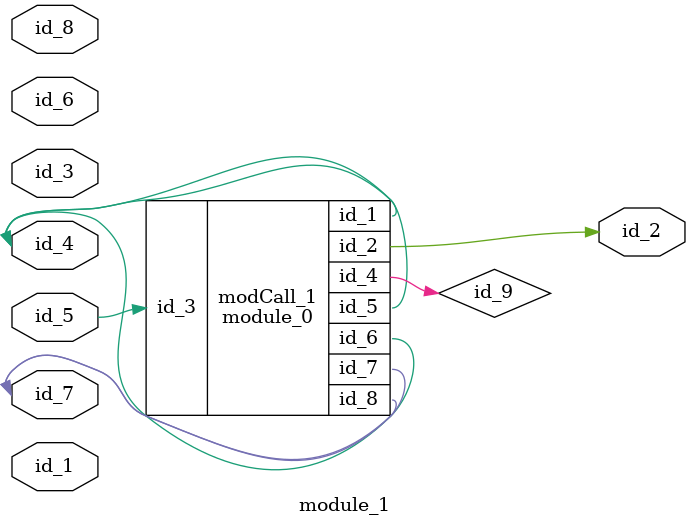
<source format=v>
module module_0 (
    id_1,
    id_2,
    id_3,
    id_4,
    id_5,
    id_6,
    id_7,
    id_8
);
  inout wire id_8;
  inout wire id_7;
  inout wire id_6;
  output wire id_5;
  inout wire id_4;
  input wire id_3;
  output wire id_2;
  output wire id_1;
  wire id_9;
  wire id_10;
  assign id_2 = id_7;
endmodule
module module_1 (
    id_1,
    id_2,
    id_3,
    id_4,
    id_5,
    id_6,
    id_7,
    id_8
);
  input wire id_8;
  inout wire id_7;
  input wire id_6;
  inout wire id_5;
  inout wire id_4;
  inout wire id_3;
  output wire id_2;
  inout wire id_1;
  wire id_9;
  module_0 modCall_1 (
      id_4,
      id_2,
      id_5,
      id_9,
      id_4,
      id_4,
      id_7,
      id_7
  );
endmodule

</source>
